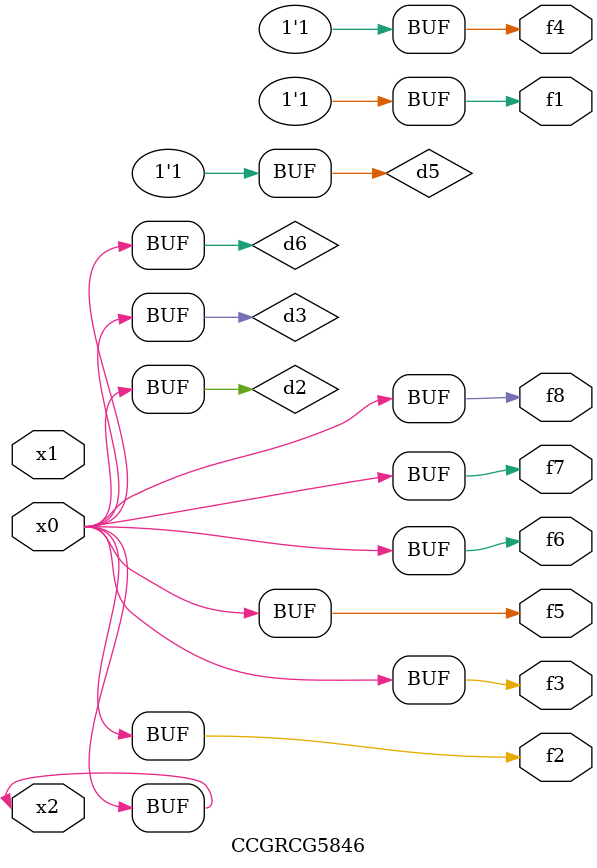
<source format=v>
module CCGRCG5846(
	input x0, x1, x2,
	output f1, f2, f3, f4, f5, f6, f7, f8
);

	wire d1, d2, d3, d4, d5, d6;

	xnor (d1, x2);
	buf (d2, x0, x2);
	and (d3, x0);
	xnor (d4, x1, x2);
	nand (d5, d1, d3);
	buf (d6, d2, d3);
	assign f1 = d5;
	assign f2 = d6;
	assign f3 = d6;
	assign f4 = d5;
	assign f5 = d6;
	assign f6 = d6;
	assign f7 = d6;
	assign f8 = d6;
endmodule

</source>
